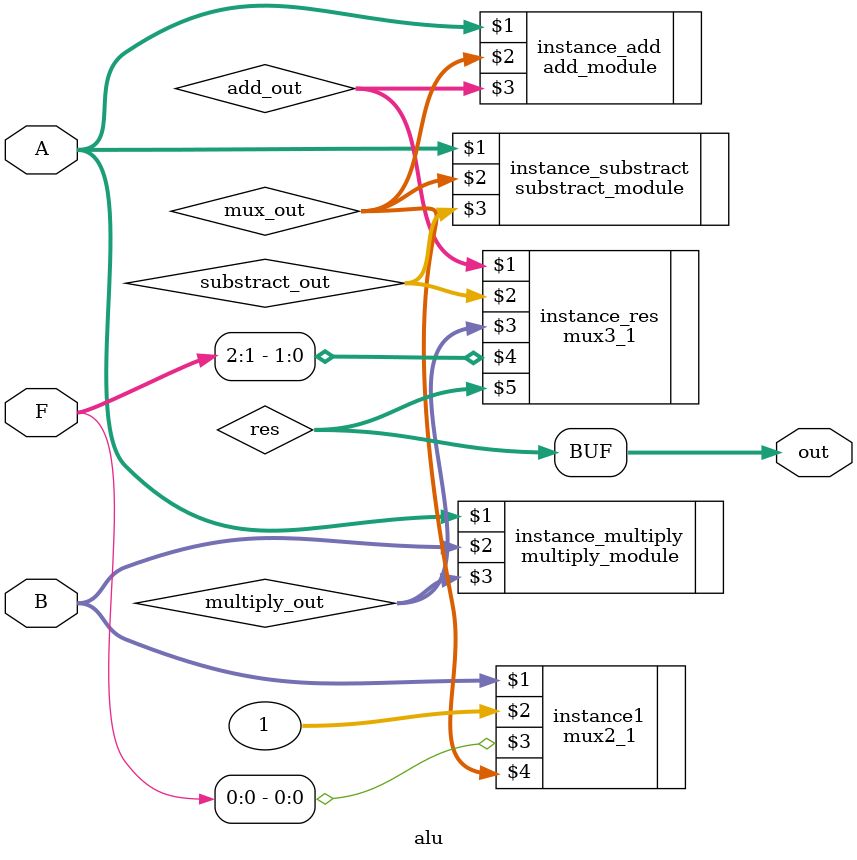
<source format=v>
`timescale 1ns / 1ps


module alu(A, B, F, out);

    input [31:0] A;
    input [31:0] B;
    input [2:0] F;
    
    output [31:0] out;
    
    reg f_0_aux;
    reg [1:0]f_2_1_aux;
    wire [31:0]add_out, substract_out, multiply_out, mux_out;
    wire [31:0]res;
    
    mux2_1 instance1(B, 32'b1, F[0], mux_out);
    
    add_module instance_add(A, mux_out, add_out);
    substract_module instance_substract(A, mux_out, substract_out);
    multiply_module instance_multiply(A, B, multiply_out);
    
    mux3_1 instance_res(add_out, substract_out, multiply_out, F[2:1], res);

    assign out = res;

endmodule

</source>
